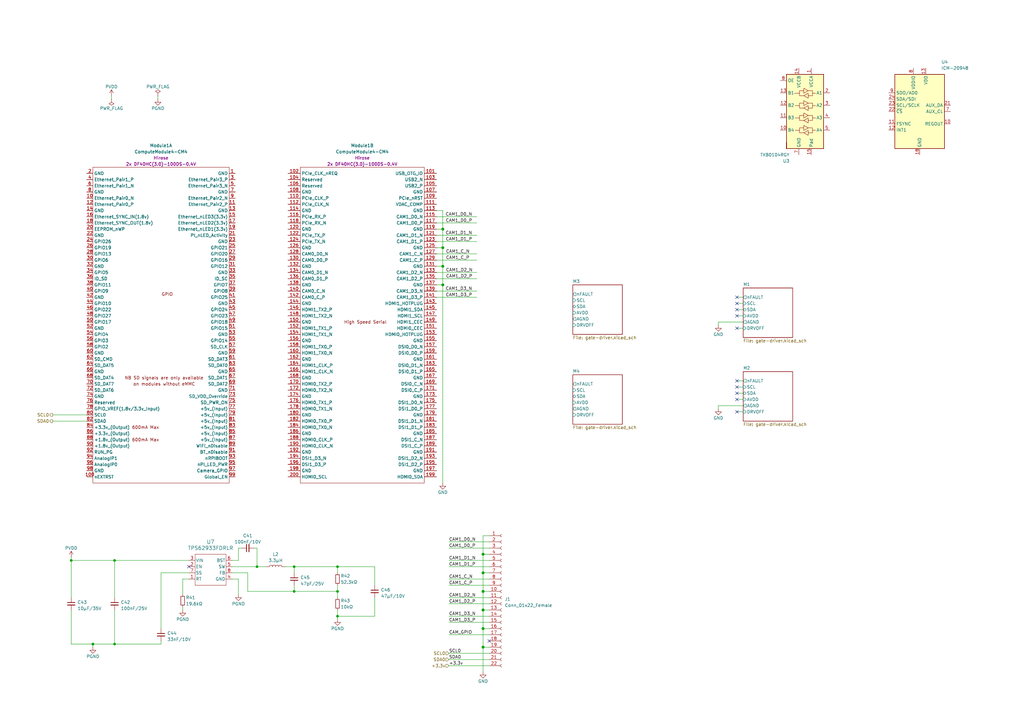
<source format=kicad_sch>
(kicad_sch (version 20230121) (generator eeschema)
  (paper "A3")
  (title_block (title "nanodrone") (date "2023-04-15") (rev "1.0") (company "Biscuits24_"))
  (lib_symbols
    (symbol "Connector:Conn_01x22_Socket" (pin_names (offset 1.016) hide)
      (property "Reference" "J" (at 0 27.94 0))
      (property "Value" "Conn_01x22_Socket" (at 0 -30.48 0))
      (symbol "Conn_01x22_Socket_1_1"
        (arc (start 0 -27.432) (mid -0.5058 -27.94) (end 0 -28.448) (stroke (width 0.1524)))
        (arc (start 0 -24.892) (mid -0.5058 -25.4) (end 0 -25.908) (stroke (width 0.1524)))
        (arc (start 0 -22.352) (mid -0.5058 -22.86) (end 0 -23.368) (stroke (width 0.1524)))
        (arc (start 0 -19.812) (mid -0.5058 -20.32) (end 0 -20.828) (stroke (width 0.1524)))
        (arc (start 0 -17.272) (mid -0.5058 -17.78) (end 0 -18.288) (stroke (width 0.1524)))
        (arc (start 0 -14.732) (mid -0.5058 -15.24) (end 0 -15.748) (stroke (width 0.1524)))
        (arc (start 0 -12.192) (mid -0.5058 -12.7) (end 0 -13.208) (stroke (width 0.1524)))
        (arc (start 0 -9.652) (mid -0.5058 -10.16) (end 0 -10.668) (stroke (width 0.1524)))
        (arc (start 0 -7.112) (mid -0.5058 -7.62) (end 0 -8.128) (stroke (width 0.1524)))
        (arc (start 0 -4.572) (mid -0.5058 -5.08) (end 0 -5.588) (stroke (width 0.1524)))
        (arc (start 0 -2.032) (mid -0.5058 -2.54) (end 0 -3.048) (stroke (width 0.1524)))
        (polyline (pts (xy -1.27 -27.94) (xy -0.508 -27.94)) (stroke (width 0.1524)))
        (polyline (pts (xy -1.27 -25.4) (xy -0.508 -25.4)) (stroke (width 0.1524)))
        (polyline (pts (xy -1.27 -22.86) (xy -0.508 -22.86)) (stroke (width 0.1524)))
        (polyline (pts (xy -1.27 -20.32) (xy -0.508 -20.32)) (stroke (width 0.1524)))
        (polyline (pts (xy -1.27 -17.78) (xy -0.508 -17.78)) (stroke (width 0.1524)))
        (polyline (pts (xy -1.27 -15.24) (xy -0.508 -15.24)) (stroke (width 0.1524)))
        (polyline (pts (xy -1.27 -12.7) (xy -0.508 -12.7)) (stroke (width 0.1524)))
        (polyline (pts (xy -1.27 -10.16) (xy -0.508 -10.16)) (stroke (width 0.1524)))
        (polyline (pts (xy -1.27 -7.62) (xy -0.508 -7.62)) (stroke (width 0.1524)))
        (polyline (pts (xy -1.27 -5.08) (xy -0.508 -5.08)) (stroke (width 0.1524)))
        (polyline (pts (xy -1.27 -2.54) (xy -0.508 -2.54)) (stroke (width 0.1524)))
        (polyline (pts (xy -1.27 0) (xy -0.508 0)) (stroke (width 0.1524)))
        (polyline (pts (xy -1.27 2.54) (xy -0.508 2.54)) (stroke (width 0.1524)))
        (polyline (pts (xy -1.27 5.08) (xy -0.508 5.08)) (stroke (width 0.1524)))
        (polyline (pts (xy -1.27 7.62) (xy -0.508 7.62)) (stroke (width 0.1524)))
        (polyline (pts (xy -1.27 10.16) (xy -0.508 10.16)) (stroke (width 0.1524)))
        (polyline (pts (xy -1.27 12.7) (xy -0.508 12.7)) (stroke (width 0.1524)))
        (polyline (pts (xy -1.27 15.24) (xy -0.508 15.24)) (stroke (width 0.1524)))
        (polyline (pts (xy -1.27 17.78) (xy -0.508 17.78)) (stroke (width 0.1524)))
        (polyline (pts (xy -1.27 20.32) (xy -0.508 20.32)) (stroke (width 0.1524)))
        (polyline (pts (xy -1.27 22.86) (xy -0.508 22.86)) (stroke (width 0.1524)))
        (polyline (pts (xy -1.27 25.4) (xy -0.508 25.4)) (stroke (width 0.1524)))
        (arc (start 0 0.508) (mid -0.5058 0) (end 0 -0.508) (stroke (width 0.1524)))
        (arc (start 0 3.048) (mid -0.5058 2.54) (end 0 2.032) (stroke (width 0.1524)))
        (arc (start 0 5.588) (mid -0.5058 5.08) (end 0 4.572) (stroke (width 0.1524)))
        (arc (start 0 8.128) (mid -0.5058 7.62) (end 0 7.112) (stroke (width 0.1524)))
        (arc (start 0 10.668) (mid -0.5058 10.16) (end 0 9.652) (stroke (width 0.1524)))
        (arc (start 0 13.208) (mid -0.5058 12.7) (end 0 12.192) (stroke (width 0.1524)))
        (arc (start 0 15.748) (mid -0.5058 15.24) (end 0 14.732) (stroke (width 0.1524)))
        (arc (start 0 18.288) (mid -0.5058 17.78) (end 0 17.272) (stroke (width 0.1524)))
        (arc (start 0 20.828) (mid -0.5058 20.32) (end 0 19.812) (stroke (width 0.1524)))
        (arc (start 0 23.368) (mid -0.5058 22.86) (end 0 22.352) (stroke (width 0.1524)))
        (arc (start 0 25.908) (mid -0.5058 25.4) (end 0 24.892) (stroke (width 0.1524)))
        (pin passive line (at -5.08 25.4 0) (length 3.81) (name "Pin_1") (number "1"))
        (pin passive line (at -5.08 2.54 0) (length 3.81) (name "Pin_10") (number "10"))
        (pin passive line (at -5.08 0 0) (length 3.81) (name "Pin_11") (number "11"))
        (pin passive line (at -5.08 -2.54 0) (length 3.81) (name "Pin_12") (number "12"))
        (pin passive line (at -5.08 -5.08 0) (length 3.81) (name "Pin_13") (number "13"))
        (pin passive line (at -5.08 -7.62 0) (length 3.81) (name "Pin_14") (number "14"))
        (pin passive line (at -5.08 -10.16 0) (length 3.81) (name "Pin_15") (number "15"))
        (pin passive line (at -5.08 -12.7 0) (length 3.81) (name "Pin_16") (number "16"))
        (pin passive line (at -5.08 -15.24 0) (length 3.81) (name "Pin_17") (number "17"))
        (pin passive line (at -5.08 -17.78 0) (length 3.81) (name "Pin_18") (number "18"))
        (pin passive line (at -5.08 -20.32 0) (length 3.81) (name "Pin_19") (number "19"))
        (pin passive line (at -5.08 22.86 0) (length 3.81) (name "Pin_2") (number "2"))
        (pin passive line (at -5.08 -22.86 0) (length 3.81) (name "Pin_20") (number "20"))
        (pin passive line (at -5.08 -25.4 0) (length 3.81) (name "Pin_21") (number "21"))
        (pin passive line (at -5.08 -27.94 0) (length 3.81) (name "Pin_22") (number "22"))
        (pin passive line (at -5.08 20.32 0) (length 3.81) (name "Pin_3") (number "3"))
        (pin passive line (at -5.08 17.78 0) (length 3.81) (name "Pin_4") (number "4"))
        (pin passive line (at -5.08 15.24 0) (length 3.81) (name "Pin_5") (number "5"))
        (pin passive line (at -5.08 12.7 0) (length 3.81) (name "Pin_6") (number "6"))
        (pin passive line (at -5.08 10.16 0) (length 3.81) (name "Pin_7") (number "7"))
        (pin passive line (at -5.08 7.62 0) (length 3.81) (name "Pin_8") (number "8"))
        (pin passive line (at -5.08 5.08 0) (length 3.81) (name "Pin_9") (number "9"))
      )
    )
    (symbol "Device:C_Small" (pin_numbers hide) (pin_names (offset 0.254) hide)
      (property "Reference" "C" (at 0.254 1.778 0))
      (property "Value" "C_Small" (at 0.254 -2.032 0))
      (symbol "C_Small_0_1"
        (polyline (pts (xy -1.524 -0.508) (xy 1.524 -0.508)) (stroke (width 0.3302)))
        (polyline (pts (xy -1.524 0.508) (xy 1.524 0.508)) (stroke (width 0.3048)))
      )
      (symbol "C_Small_1_1"
        (pin passive line (at 0 2.54 270) (length 2.032) (name "~") (number "1"))
        (pin passive line (at 0 -2.54 90) (length 2.032) (name "~") (number "2"))
      )
    )
    (symbol "Device:L" (pin_numbers hide) (pin_names (offset 1.016) hide)
      (property "Reference" "L" (at -1.27 0 90))
      (property "Value" "L" (at 1.905 0 90))
      (symbol "L_0_1"
        (arc (start 0 -2.54) (mid 0.6323 -1.905) (end 0 -1.27))
        (arc (start 0 -1.27) (mid 0.6323 -0.635) (end 0 0))
        (arc (start 0 0) (mid 0.6323 0.635) (end 0 1.27))
        (arc (start 0 1.27) (mid 0.6323 1.905) (end 0 2.54))
      )
      (symbol "L_1_1"
        (pin passive line (at 0 3.81 270) (length 1.27) (name "1") (number "1"))
        (pin passive line (at 0 -3.81 90) (length 1.27) (name "2") (number "2"))
      )
    )
    (symbol "Device:R_Small" (pin_numbers hide) (pin_names (offset 0.254) hide)
      (property "Reference" "R" (at 0.762 0.508 0))
      (property "Value" "R_Small" (at 0.762 -1.016 0))
      (symbol "R_Small_0_1"
        (rectangle (start -0.762 1.778) (end 0.762 -1.778) (stroke (width 0.2032)))
      )
      (symbol "R_Small_1_1"
        (pin passive line (at 0 2.54 270) (length 0.762) (name "~") (number "1"))
        (pin passive line (at 0 -2.54 90) (length 0.762) (name "~") (number "2"))
      )
    )
    (symbol "Logic_LevelTranslator:TXB0104RGY"
      (property "Reference" "U2" (at -6.35 -20.32 0))
      (property "Value" "TXB0104RGY" (at -6.35 -17.78 0))
      (symbol "TXB0104RGY_0_1"
        (rectangle (start -7.62 -15.24) (end -7.62 -12.7) (stroke (width 0.254)))
        (rectangle (start -7.62 15.24) (end 7.62 -15.24) (stroke (width 0.254)) (fill (type background)))
        (polyline (pts (xy -2.286 -7.747) (xy -2.286 -6.731) (xy -0.508 -6.731)))
        (polyline (pts (xy -2.286 -2.667) (xy -2.286 -1.651) (xy -0.508 -1.651)))
        (polyline (pts (xy -2.286 2.413) (xy -2.286 3.429) (xy -0.508 3.429)))
        (polyline (pts (xy -2.286 7.493) (xy -2.286 8.509) (xy -0.508 8.509)))
        (polyline (pts (xy 3.048 -7.747) (xy 3.048 -8.763) (xy 1.27 -8.763)))
        (polyline (pts (xy 3.048 -2.667) (xy 3.048 -3.683) (xy 1.27 -3.683)))
        (polyline (pts (xy 3.048 2.413) (xy 3.048 1.397) (xy 1.27 1.397)))
        (polyline (pts (xy 3.048 7.493) (xy 3.048 6.477) (xy 1.27 6.477)))
        (polyline (pts (xy -0.508 -8.763) (xy -2.286 -8.763) (xy -2.286 -7.747) (xy -4.064 -7.747)))
        (polyline (pts (xy -0.508 -8.763) (xy 1.27 -7.747) (xy 1.27 -9.779) (xy -0.508 -8.763)))
        (polyline (pts (xy -0.508 -3.683) (xy -2.286 -3.683) (xy -2.286 -2.667) (xy -4.064 -2.667)))
        (polyline (pts (xy -0.508 -3.683) (xy 1.27 -2.667) (xy 1.27 -4.699) (xy -0.508 -3.683)))
        (polyline (pts (xy -0.508 1.397) (xy -2.286 1.397) (xy -2.286 2.413) (xy -4.064 2.413)))
        (polyline (pts (xy -0.508 1.397) (xy 1.27 2.413) (xy 1.27 0.381) (xy -0.508 1.397)))
        (polyline (pts (xy -0.508 6.477) (xy -2.286 6.477) (xy -2.286 7.493) (xy -4.318 7.493)))
        (polyline (pts (xy -0.508 6.477) (xy 1.27 7.493) (xy 1.27 5.461) (xy -0.508 6.477)))
        (polyline (pts (xy 1.27 -6.731) (xy -0.508 -7.747) (xy -0.508 -5.715) (xy 1.27 -6.731)))
        (polyline (pts (xy 1.27 -6.731) (xy 3.048 -6.731) (xy 3.048 -7.747) (xy 4.318 -7.747)))
        (polyline (pts (xy 1.27 -1.651) (xy -0.508 -2.667) (xy -0.508 -0.635) (xy 1.27 -1.651)))
        (polyline (pts (xy 1.27 -1.651) (xy 3.048 -1.651) (xy 3.048 -2.667) (xy 4.318 -2.667)))
        (polyline (pts (xy 1.27 3.429) (xy -0.508 2.413) (xy -0.508 4.445) (xy 1.27 3.429)))
        (polyline (pts (xy 1.27 3.429) (xy 3.048 3.429) (xy 3.048 2.413) (xy 4.318 2.413)))
        (polyline (pts (xy 1.27 8.509) (xy -0.508 7.493) (xy -0.508 9.525) (xy 1.27 8.509)))
        (polyline (pts (xy 1.27 8.509) (xy 3.048 8.509) (xy 3.048 7.493) (xy 4.318 7.493)))
      )
      (symbol "TXB0104RGY_1_1"
        (pin power_in line (at 2.54 17.78 270) (length 2.54) (name "VCCA") (number "1"))
        (pin bidirectional line (at -10.16 -7.62 0) (length 2.54) (name "B4") (number "10"))
        (pin bidirectional line (at -10.16 -2.54 0) (length 2.54) (name "B3") (number "11"))
        (pin bidirectional line (at -10.16 2.54 0) (length 2.54) (name "B2") (number "12"))
        (pin bidirectional line (at -10.16 7.62 0) (length 2.54) (name "B1") (number "13"))
        (pin power_in line (at -2.54 17.78 270) (length 2.54) (name "VCCB") (number "14"))
        (pin input line (at 2.54 -17.78 90) (length 2.54) (name "Pad") (number "15"))
        (pin bidirectional line (at 10.16 7.62 180) (length 2.54) (name "A1") (number "2"))
        (pin bidirectional line (at 10.16 2.54 180) (length 2.54) (name "A2") (number "3"))
        (pin bidirectional line (at 10.16 -2.54 180) (length 2.54) (name "A3") (number "4"))
        (pin bidirectional line (at 10.16 -7.62 180) (length 2.54) (name "A4") (number "5"))
        (pin no_connect line (at 7.62 -12.7 180) (length 2.54) hide (name "NC") (number "6"))
        (pin power_in line (at -2.54 -17.78 90) (length 2.54) (name "GND") (number "7"))
        (pin input line (at -10.16 12.7 0) (length 2.54) (name "OE") (number "8"))
        (pin no_connect line (at -7.62 -12.7 0) (length 2.54) hide (name "NC") (number "9"))
      )
    )
    (symbol "Power_Extended:PGND" (power) (pin_names (offset 0))
      (property "Value" "PGND" (at 0 -3.81 0))
      (symbol "PGND_0_1"
        (polyline (pts (xy 0 0) (xy 0 -1.27) (xy 1.27 -1.27) (xy 0 -2.54) (xy -1.27 -1.27) (xy 0 -1.27)))
      )
      (symbol "PGND_1_1"
        (pin power_in line (at 0 0 270) (length 0) hide (name "PGND") (number "1"))
      )
    )
    (symbol "Power_Extended:PVDD" (power) (pin_names (offset 0))
      (property "Value" "PVDD" (at 0 3.556 0))
      (symbol "PVDD_0_1"
        (polyline (pts (xy -0.762 1.27) (xy 0 2.54)))
        (polyline (pts (xy 0 0) (xy 0 2.54)))
        (polyline (pts (xy 0 2.54) (xy 0.762 1.27)))
      )
      (symbol "PVDD_1_1"
        (pin power_in line (at 0 0 90) (length 0) hide (name "PVDD") (number "1"))
      )
    )
    (symbol "Sensor_Motion:ICM-20948"
      (property "Reference" "U" (at -11.43 16.51 0))
      (property "Value" "ICM-20948" (at 7.62 -16.51 0))
      (symbol "ICM-20948_0_1"
        (rectangle (start -10.16 15.24) (end 10.16 -15.24) (stroke (width 0.254)) (fill (type background)))
      )
      (symbol "ICM-20948_1_1"
        (pin no_connect line (at -10.16 12.7 0) (length 2.54) hide (name "NC") (number "1"))
        (pin passive line (at 12.7 -5.08 180) (length 2.54) (name "REGOUT") (number "10"))
        (pin input line (at -12.7 -5.08 0) (length 2.54) (name "FSYNC") (number "11"))
        (pin output line (at -12.7 -7.62 0) (length 2.54) (name "INT1") (number "12"))
        (pin power_in line (at 2.54 17.78 270) (length 2.54) (name "VDD") (number "13"))
        (pin no_connect line (at 10.16 7.62 180) (length 2.54) hide (name "NC") (number "14"))
        (pin no_connect line (at 10.16 5.08 180) (length 2.54) hide (name "NC") (number "15"))
        (pin no_connect line (at 10.16 -7.62 180) (length 2.54) hide (name "NC") (number "16"))
        (pin no_connect line (at 10.16 -10.16 180) (length 2.54) hide (name "NC") (number "17"))
        (pin power_in line (at 0 -17.78 90) (length 2.54) (name "GND") (number "18"))
        (pin no_connect line (at 10.16 -12.7 180) (length 2.54) hide (name "RESV") (number "19"))
        (pin no_connect line (at -10.16 10.16 0) (length 2.54) hide (name "NC") (number "2"))
        (pin passive line (at 0 -17.78 90) (length 2.54) hide (name "GND") (number "20"))
        (pin bidirectional line (at 12.7 2.54 180) (length 2.54) (name "AUX_DA") (number "21"))
        (pin input line (at -12.7 0 0) (length 2.54) (name "~{CS}") (number "22"))
        (pin input line (at -12.7 2.54 0) (length 2.54) (name "SCL/SCLK") (number "23"))
        (pin bidirectional line (at -12.7 5.08 0) (length 2.54) (name "SDA/SDI") (number "24"))
        (pin no_connect line (at -10.16 -2.54 0) (length 2.54) hide (name "NC") (number "3"))
        (pin no_connect line (at -10.16 -10.16 0) (length 2.54) hide (name "NC") (number "4"))
        (pin no_connect line (at -10.16 -12.7 0) (length 2.54) hide (name "NC") (number "5"))
        (pin no_connect line (at 10.16 10.16 180) (length 2.54) hide (name "NC") (number "6"))
        (pin output line (at 12.7 0 180) (length 2.54) (name "AUX_CL") (number "7"))
        (pin power_in line (at -2.54 17.78 270) (length 2.54) (name "VDDIO") (number "8"))
        (pin bidirectional line (at -12.7 7.62 0) (length 2.54) (name "SDO/AD0") (number "9"))
      )
    )
    (symbol "TPS62933DRLR:XTPS62933DRLR" (pin_names (offset 0.254))
      (property "Reference" "U7" (at 0 11.43 0))
      (property "Value" "TPS62933DRLR" (at 0 8.89 0))
      (symbol "XTPS62933DRLR_0_1"
        (polyline (pts (xy -6.35 -6.35) (xy 6.35 -6.35)) (stroke (width 0.127)))
        (polyline (pts (xy -6.35 6.35) (xy -6.35 -6.35)) (stroke (width 0.127)))
        (polyline (pts (xy 6.35 -6.35) (xy 6.35 6.35)) (stroke (width 0.127)))
        (polyline (pts (xy 6.35 6.35) (xy -6.35 6.35)) (stroke (width 0.127)))
      )
      (symbol "XTPS62933DRLR_1_1"
        (pin unspecified line (at -8.89 -3.81 0) (length 2.54) (name "RT") (number "1"))
        (pin unspecified line (at -8.89 1.27 0) (length 2.54) (name "EN") (number "2"))
        (pin unspecified line (at -8.89 3.81 0) (length 2.54) (name "VIN") (number "3"))
        (pin power_out line (at 8.89 -3.81 180) (length 2.54) (name "GND") (number "4"))
        (pin unspecified line (at 8.89 1.27 180) (length 2.54) (name "SW") (number "5"))
        (pin unspecified line (at 8.89 3.81 180) (length 2.54) (name "BST") (number "6"))
        (pin unspecified line (at -8.89 -1.27 0) (length 2.54) (name "SS") (number "7"))
        (pin unspecified line (at 8.89 -1.27 180) (length 2.54) (name "FB") (number "8"))
      )
    )
    (symbol "nanodrone:ComputeModule4-CM4"
      (property "Reference" "Module" (at 113.03 -68.58 0))
      (property "Value" "ComputeModule4-CM4" (at 140.97 2.54 0))
      (property "Field4" "Hirose" (at 0 0 0))
      (property "Field5" "2x DF40HC(3.0)-100DS-0.4V" (at 0 -2.54 0))
      (symbol "ComputeModule4-CM4_1_0"
        (text "GPIO" (at 0 6.35 0) (effects (font (size 1.27 1.27))))
      )
      (symbol "ComputeModule4-CM4_1_1"
        (rectangle (start -30.48 -71.12) (end 25.4 58.42))
        (text "600mA Max" (at -8.89 -53.34 0) (effects (font (size 1.27 1.27))))
        (text "600mA Max" (at -8.89 -48.26 0) (effects (font (size 1.27 1.27))))
        (text "NB SD signals are only available" (at -1.27 -27.94 0) (effects (font (size 1.27 1.27))))
        (text "on modules without eMMC" (at -1.27 -30.48 0) (effects (font (size 1.27 1.27))))
        (pin power_in line (at 27.94 55.88 180) (length 2.54) (name "GND") (number "1"))
        (pin passive line (at -33.02 45.72 0) (length 2.54) (name "Ethernet_Pair0_N") (number "10"))
        (pin output line (at -33.02 -68.58 0) (length 2.54) (name "nEXTRST") (number "100"))
        (pin passive line (at 27.94 43.18 180) (length 2.54) (name "Ethernet_Pair2_P") (number "11"))
        (pin passive line (at -33.02 43.18 0) (length 2.54) (name "Ethernet_Pair0_P") (number "12"))
        (pin power_in line (at 27.94 40.64 180) (length 2.54) (name "GND") (number "13"))
        (pin power_in line (at -33.02 40.64 0) (length 2.54) (name "GND") (number "14"))
        (pin output line (at 27.94 38.1 180) (length 2.54) (name "Ethernet_nLED3(3.3v)") (number "15"))
        (pin input line (at -33.02 38.1 0) (length 2.54) (name "Ethernet_SYNC_IN(1.8v)") (number "16"))
        (pin output line (at 27.94 35.56 180) (length 2.54) (name "Ethernet_nLED2(3.3v)") (number "17"))
        (pin input line (at -33.02 35.56 0) (length 2.54) (name "Ethernet_SYNC_OUT(1.8v)") (number "18"))
        (pin output line (at 27.94 33.02 180) (length 2.54) (name "Ethernet_nLED1(3.3v)") (number "19"))
        (pin power_in line (at -33.02 55.88 0) (length 2.54) (name "GND") (number "2"))
        (pin passive line (at -33.02 33.02 0) (length 2.54) (name "EEPROM_nWP") (number "20"))
        (pin open_collector line (at 27.94 30.48 180) (length 2.54) (name "PI_nLED_Activity") (number "21"))
        (pin power_in line (at -33.02 30.48 0) (length 2.54) (name "GND") (number "22"))
        (pin power_in line (at 27.94 27.94 180) (length 2.54) (name "GND") (number "23"))
        (pin passive line (at -33.02 27.94 0) (length 2.54) (name "GPIO26") (number "24"))
        (pin passive line (at 27.94 25.4 180) (length 2.54) (name "GPIO21") (number "25"))
        (pin passive line (at -33.02 25.4 0) (length 2.54) (name "GPIO19") (number "26"))
        (pin passive line (at 27.94 22.86 180) (length 2.54) (name "GPIO20") (number "27"))
        (pin passive line (at -33.02 22.86 0) (length 2.54) (name "GPIO13") (number "28"))
        (pin passive line (at 27.94 20.32 180) (length 2.54) (name "GPIO16") (number "29"))
        (pin passive line (at 27.94 53.34 180) (length 2.54) (name "Ethernet_Pair3_P") (number "3"))
        (pin passive line (at -33.02 20.32 0) (length 2.54) (name "GPIO6") (number "30"))
        (pin passive line (at 27.94 17.78 180) (length 2.54) (name "GPIO12") (number "31"))
        (pin power_in line (at -33.02 17.78 0) (length 2.54) (name "GND") (number "32"))
        (pin power_in line (at 27.94 15.24 180) (length 2.54) (name "GND") (number "33"))
        (pin passive line (at -33.02 15.24 0) (length 2.54) (name "GPIO5") (number "34"))
        (pin passive line (at 27.94 12.7 180) (length 2.54) (name "ID_SC") (number "35"))
        (pin passive line (at -33.02 12.7 0) (length 2.54) (name "ID_SD") (number "36"))
        (pin passive line (at 27.94 10.16 180) (length 2.54) (name "GPIO7") (number "37"))
        (pin passive line (at -33.02 10.16 0) (length 2.54) (name "GPIO11") (number "38"))
        (pin passive line (at 27.94 7.62 180) (length 2.54) (name "GPIO8") (number "39"))
        (pin passive line (at -33.02 53.34 0) (length 2.54) (name "Ethernet_Pair1_P") (number "4"))
        (pin passive line (at -33.02 7.62 0) (length 2.54) (name "GPIO9") (number "40"))
        (pin passive line (at 27.94 5.08 180) (length 2.54) (name "GPIO25") (number "41"))
        (pin power_in line (at -33.02 5.08 0) (length 2.54) (name "GND") (number "42"))
        (pin power_in line (at 27.94 2.54 180) (length 2.54) (name "GND") (number "43"))
        (pin passive line (at -33.02 2.54 0) (length 2.54) (name "GPIO10") (number "44"))
        (pin passive line (at 27.94 0 180) (length 2.54) (name "GPIO24") (number "45"))
        (pin passive line (at -33.02 0 0) (length 2.54) (name "GPIO22") (number "46"))
        (pin passive line (at 27.94 -2.54 180) (length 2.54) (name "GPIO23") (number "47"))
        (pin passive line (at -33.02 -2.54 0) (length 2.54) (name "GPIO27") (number "48"))
        (pin passive line (at 27.94 -5.08 180) (length 2.54) (name "GPIO18") (number "49"))
        (pin passive line (at 27.94 50.8 180) (length 2.54) (name "Ethernet_Pair3_N") (number "5"))
        (pin passive line (at -33.02 -5.08 0) (length 2.54) (name "GPIO17") (number "50"))
        (pin passive line (at 27.94 -7.62 180) (length 2.54) (name "GPIO15") (number "51"))
        (pin power_in line (at -33.02 -7.62 0) (length 2.54) (name "GND") (number "52"))
        (pin power_in line (at 27.94 -10.16 180) (length 2.54) (name "GND") (number "53"))
        (pin passive line (at -33.02 -10.16 0) (length 2.54) (name "GPIO4") (number "54"))
        (pin passive line (at 27.94 -12.7 180) (length 2.54) (name "GPIO14") (number "55"))
        (pin passive line (at -33.02 -12.7 0) (length 2.54) (name "GPIO3") (number "56"))
        (pin passive line (at 27.94 -15.24 180) (length 2.54) (name "SD_CLK") (number "57"))
        (pin passive line (at -33.02 -15.24 0) (length 2.54) (name "GPIO2") (number "58"))
        (pin power_in line (at 27.94 -17.78 180) (length 2.54) (name "GND") (number "59"))
        (pin passive line (at -33.02 50.8 0) (length 2.54) (name "Ethernet_Pair1_N") (number "6"))
        (pin power_in line (at -33.02 -17.78 0) (length 2.54) (name "GND") (number "60"))
        (pin passive line (at 27.94 -20.32 180) (length 2.54) (name "SD_DAT3") (number "61"))
        (pin passive line (at -33.02 -20.32 0) (length 2.54) (name "SD_CMD") (number "62"))
        (pin passive line (at 27.94 -22.86 180) (length 2.54) (name "SD_DAT0") (number "63"))
        (pin passive line (at -33.02 -22.86 0) (length 2.54) (name "SD_DAT5") (number "64"))
        (pin power_in line (at 27.94 -25.4 180) (length 2.54) (name "GND") (number "65"))
        (pin power_in line (at -33.02 -25.4 0) (length 2.54) (name "GND") (number "66"))
        (pin passive line (at 27.94 -27.94 180) (length 2.54) (name "SD_DAT1") (number "67"))
        (pin passive line (at -33.02 -27.94 0) (length 2.54) (name "SD_DAT4") (number "68"))
        (pin passive line (at 27.94 -30.48 180) (length 2.54) (name "SD_DAT2") (number "69"))
        (pin power_in line (at 27.94 48.26 180) (length 2.54) (name "GND") (number "7"))
        (pin passive line (at -33.02 -30.48 0) (length 2.54) (name "SD_DAT7") (number "70"))
        (pin power_in line (at 27.94 -33.02 180) (length 2.54) (name "GND") (number "71"))
        (pin passive line (at -33.02 -33.02 0) (length 2.54) (name "SD_DAT6") (number "72"))
        (pin input line (at 27.94 -35.56 180) (length 2.54) (name "SD_VDD_Override") (number "73"))
        (pin power_in line (at -33.02 -35.56 0) (length 2.54) (name "GND") (number "74"))
        (pin output line (at 27.94 -38.1 180) (length 2.54) (name "SD_PWR_ON") (number "75"))
        (pin passive line (at -33.02 -38.1 0) (length 2.54) (name "Reserved") (number "76"))
        (pin power_in line (at 27.94 -40.64 180) (length 2.54) (name "+5v_(Input)") (number "77"))
        (pin power_in line (at -33.02 -40.64 0) (length 2.54) (name "GPIO_VREF(1.8v/3.3v_Input)") (number "78"))
        (pin power_in line (at 27.94 -43.18 180) (length 2.54) (name "+5v_(Input)") (number "79"))
        (pin power_in line (at -33.02 48.26 0) (length 2.54) (name "GND") (number "8"))
        (pin passive line (at -33.02 -43.18 0) (length 2.54) (name "SCL0") (number "80"))
        (pin power_in line (at 27.94 -45.72 180) (length 2.54) (name "+5v_(Input)") (number "81"))
        (pin passive line (at -33.02 -45.72 0) (length 2.54) (name "SDA0") (number "82"))
        (pin power_in line (at 27.94 -48.26 180) (length 2.54) (name "+5v_(Input)") (number "83"))
        (pin power_out line (at -33.02 -48.26 0) (length 2.54) (name "+3.3v_(Output)") (number "84"))
        (pin power_in line (at 27.94 -50.8 180) (length 2.54) (name "+5v_(Input)") (number "85"))
        (pin power_out line (at -33.02 -50.8 0) (length 2.54) (name "+3.3v_(Output)") (number "86"))
        (pin power_in line (at 27.94 -53.34 180) (length 2.54) (name "+5v_(Input)") (number "87"))
        (pin power_out line (at -33.02 -53.34 0) (length 2.54) (name "+1.8v_(Output)") (number "88"))
        (pin power_in line (at 27.94 -55.88 180) (length 2.54) (name "WiFi_nDisable") (number "89"))
        (pin passive line (at 27.94 45.72 180) (length 2.54) (name "Ethernet_Pair2_N") (number "9"))
        (pin power_out line (at -33.02 -55.88 0) (length 2.54) (name "+1.8v_(Output)") (number "90"))
        (pin power_in line (at 27.94 -58.42 180) (length 2.54) (name "BT_nDisable") (number "91"))
        (pin passive line (at -33.02 -58.42 0) (length 2.54) (name "RUN_PG") (number "92"))
        (pin input line (at 27.94 -60.96 180) (length 2.54) (name "nRPIBOOT") (number "93"))
        (pin passive line (at -33.02 -60.96 0) (length 2.54) (name "AnalogIP1") (number "94"))
        (pin output line (at 27.94 -63.5 180) (length 2.54) (name "nPI_LED_PWR") (number "95"))
        (pin passive line (at -33.02 -63.5 0) (length 2.54) (name "AnalogIP0") (number "96"))
        (pin passive line (at 27.94 -66.04 180) (length 2.54) (name "Camera_GPIO") (number "97"))
        (pin power_in line (at -33.02 -66.04 0) (length 2.54) (name "GND") (number "98"))
        (pin input line (at 27.94 -68.58 180) (length 2.54) (name "Global_EN") (number "99"))
      )
      (symbol "ComputeModule4-CM4_2_1"
        (rectangle (start 114.3 -66.04) (end 165.1 63.5))
        (text "High Speed Serial" (at 140.97 0 0) (effects (font (size 1.27 1.27))))
        (pin input line (at 170.18 60.96 180) (length 5.08) (name "USB_OTG_ID") (number "101"))
        (pin input line (at 109.22 60.96 0) (length 5.08) (name "PCIe_CLK_nREQ") (number "102"))
        (pin passive line (at 170.18 58.42 180) (length 5.08) (name "USB2_N") (number "103"))
        (pin passive line (at 109.22 58.42 0) (length 5.08) (name "Reserved") (number "104"))
        (pin passive line (at 170.18 55.88 180) (length 5.08) (name "USB2_P") (number "105"))
        (pin passive line (at 109.22 55.88 0) (length 5.08) (name "Reserved") (number "106"))
        (pin power_in line (at 170.18 53.34 180) (length 5.08) (name "GND") (number "107"))
        (pin power_in line (at 109.22 53.34 0) (length 5.08) (name "GND") (number "108"))
        (pin bidirectional line (at 170.18 50.8 180) (length 5.08) (name "PCIe_nRST") (number "109"))
        (pin output line (at 109.22 50.8 0) (length 5.08) (name "PCIe_CLK_P") (number "110"))
        (pin passive line (at 170.18 48.26 180) (length 5.08) (name "VDAC_COMP") (number "111"))
        (pin output line (at 109.22 48.26 0) (length 5.08) (name "PCIe_CLK_N") (number "112"))
        (pin power_in line (at 170.18 45.72 180) (length 5.08) (name "GND") (number "113"))
        (pin power_in line (at 109.22 45.72 0) (length 5.08) (name "GND") (number "114"))
        (pin input line (at 170.18 43.18 180) (length 5.08) (name "CAM1_D0_N") (number "115"))
        (pin input line (at 109.22 43.18 0) (length 5.08) (name "PCIe_RX_P") (number "116"))
        (pin input line (at 170.18 40.64 180) (length 5.08) (name "CAM1_D0_P") (number "117"))
        (pin input line (at 109.22 40.64 0) (length 5.08) (name "PCIe_RX_N") (number "118"))
        (pin power_in line (at 170.18 38.1 180) (length 5.08) (name "GND") (number "119"))
        (pin power_in line (at 109.22 38.1 0) (length 5.08) (name "GND") (number "120"))
        (pin input line (at 170.18 35.56 180) (length 5.08) (name "CAM1_D1_N") (number "121"))
        (pin output line (at 109.22 35.56 0) (length 5.08) (name "PCIe_TX_P") (number "122"))
        (pin input line (at 170.18 33.02 180) (length 5.08) (name "CAM1_D1_P") (number "123"))
        (pin output line (at 109.22 33.02 0) (length 5.08) (name "PCIe_TX_N") (number "124"))
        (pin power_in line (at 170.18 30.48 180) (length 5.08) (name "GND") (number "125"))
        (pin power_in line (at 109.22 30.48 0) (length 5.08) (name "GND") (number "126"))
        (pin input line (at 170.18 27.94 180) (length 5.08) (name "CAM1_C_N") (number "127"))
        (pin input line (at 109.22 27.94 0) (length 5.08) (name "CAM0_D0_N") (number "128"))
        (pin input line (at 170.18 25.4 180) (length 5.08) (name "CAM1_C_P") (number "129"))
        (pin input line (at 109.22 25.4 0) (length 5.08) (name "CAM0_D0_P") (number "130"))
        (pin power_in line (at 170.18 22.86 180) (length 5.08) (name "GND") (number "131"))
        (pin power_in line (at 109.22 22.86 0) (length 5.08) (name "GND") (number "132"))
        (pin input line (at 170.18 20.32 180) (length 5.08) (name "CAM1_D2_N") (number "133"))
        (pin input line (at 109.22 20.32 0) (length 5.08) (name "CAM0_D1_N") (number "134"))
        (pin input line (at 170.18 17.78 180) (length 5.08) (name "CAM1_D2_P") (number "135"))
        (pin input line (at 109.22 17.78 0) (length 5.08) (name "CAM0_D1_P") (number "136"))
        (pin power_in line (at 170.18 15.24 180) (length 5.08) (name "GND") (number "137"))
        (pin power_in line (at 109.22 15.24 0) (length 5.08) (name "GND") (number "138"))
        (pin input line (at 170.18 12.7 180) (length 5.08) (name "CAM1_D3_N") (number "139"))
        (pin input line (at 109.22 12.7 0) (length 5.08) (name "CAM0_C_N") (number "140"))
        (pin input line (at 170.18 10.16 180) (length 5.08) (name "CAM1_D3_P") (number "141"))
        (pin input line (at 109.22 10.16 0) (length 5.08) (name "CAM0_C_P") (number "142"))
        (pin input line (at 170.18 7.62 180) (length 5.08) (name "HDMI1_HOTPLUG") (number "143"))
        (pin power_in line (at 109.22 7.62 0) (length 5.08) (name "GND") (number "144"))
        (pin bidirectional line (at 170.18 5.08 180) (length 5.08) (name "HDMI1_SDA") (number "145"))
        (pin output line (at 109.22 5.08 0) (length 5.08) (name "HDMI1_TX2_P") (number "146"))
        (pin open_collector line (at 170.18 2.54 180) (length 5.08) (name "HDMI1_SCL") (number "147"))
        (pin output line (at 109.22 2.54 0) (length 5.08) (name "HDMI1_TX2_N") (number "148"))
        (pin open_collector line (at 170.18 0 180) (length 5.08) (name "HDMI1_CEC") (number "149"))
        (pin power_in line (at 109.22 0 0) (length 5.08) (name "GND") (number "150"))
        (pin open_collector line (at 170.18 -2.54 180) (length 5.08) (name "HDMI0_CEC") (number "151"))
        (pin output line (at 109.22 -2.54 0) (length 5.08) (name "HDMI1_TX1_P") (number "152"))
        (pin input line (at 170.18 -5.08 180) (length 5.08) (name "HDMI0_HOTPLUG") (number "153"))
        (pin output line (at 109.22 -5.08 0) (length 5.08) (name "HDMI1_TX1_N") (number "154"))
        (pin power_in line (at 170.18 -7.62 180) (length 5.08) (name "GND") (number "155"))
        (pin power_in line (at 109.22 -7.62 0) (length 5.08) (name "GND") (number "156"))
        (pin output line (at 170.18 -10.16 180) (length 5.08) (name "DSI0_D0_N") (number "157"))
        (pin output line (at 109.22 -10.16 0) (length 5.08) (name "HDMI1_TX0_P") (number "158"))
        (pin output line (at 170.18 -12.7 180) (length 5.08) (name "DSI0_D0_P") (number "159"))
        (pin output line (at 109.22 -12.7 0) (length 5.08) (name "HDMI1_TX0_N") (number "160"))
        (pin power_in line (at 170.18 -15.24 180) (length 5.08) (name "GND") (number "161"))
        (pin power_in line (at 109.22 -15.24 0) (length 5.08) (name "GND") (number "162"))
        (pin output line (at 170.18 -17.78 180) (length 5.08) (name "DSI0_D1_N") (number "163"))
        (pin output line (at 109.22 -17.78 0) (length 5.08) (name "HDMI1_CLK_P") (number "164"))
        (pin output line (at 170.18 -20.32 180) (length 5.08) (name "DSI0_D1_P") (number "165"))
        (pin output line (at 109.22 -20.32 0) (length 5.08) (name "HDMI1_CLK_N") (number "166"))
        (pin power_in line (at 170.18 -22.86 180) (length 5.08) (name "GND") (number "167"))
        (pin power_in line (at 109.22 -22.86 0) (length 5.08) (name "GND") (number "168"))
        (pin output line (at 170.18 -25.4 180) (length 5.08) (name "DSI0_C_N") (number "169"))
        (pin output line (at 109.22 -25.4 0) (length 5.08) (name "HDMI0_TX2_P") (number "170"))
        (pin output line (at 170.18 -27.94 180) (length 5.08) (name "DSI0_C_P") (number "171"))
        (pin output line (at 109.22 -27.94 0) (length 5.08) (name "HDMI0_TX2_N") (number "172"))
        (pin power_in line (at 170.18 -30.48 180) (length 5.08) (name "GND") (number "173"))
        (pin power_in line (at 109.22 -30.48 0) (length 5.08) (name "GND") (number "174"))
        (pin output line (at 170.18 -33.02 180) (length 5.08) (name "DSI1_D0_N") (number "175"))
        (pin output line (at 109.22 -33.02 0) (length 5.08) (name "HDMI0_TX1_P") (number "176"))
        (pin output line (at 170.18 -35.56 180) (length 5.08) (name "DSI1_D0_P") (number "177"))
        (pin output line (at 109.22 -35.56 0) (length 5.08) (name "HDMI0_TX1_N") (number "178"))
        (pin power_in line (at 170.18 -38.1 180) (length 5.08) (name "GND") (number "179"))
        (pin power_in line (at 109.22 -38.1 0) (length 5.08) (name "GND") (number "180"))
        (pin output line (at 170.18 -40.64 180) (length 5.08) (name "DSI1_D1_N") (number "181"))
        (pin output line (at 109.22 -40.64 0) (length 5.08) (name "HDMI0_TX0_P") (number "182"))
        (pin output line (at 170.18 -43.18 180) (length 5.08) (name "DSI1_D1_P") (number "183"))
        (pin output line (at 109.22 -43.18 0) (length 5.08) (name "HDMI0_TX0_N") (number "184"))
        (pin power_in line (at 170.18 -45.72 180) (length 5.08) (name "GND") (number "185"))
        (pin power_in line (at 109.22 -45.72 0) (length 5.08) (name "GND") (number "186"))
        (pin output line (at 170.18 -48.26 180) (length 5.08) (name "DSI1_C_N") (number "187"))
        (pin output line (at 109.22 -48.26 0) (length 5.08) (name "HDMI0_CLK_P") (number "188"))
        (pin output line (at 170.18 -50.8 180) (length 5.08) (name "DSI1_C_P") (number "189"))
        (pin output line (at 109.22 -50.8 0) (length 5.08) (name "HDMI0_CLK_N") (number "190"))
        (pin power_in line (at 170.18 -53.34 180) (length 5.08) (name "GND") (number "191"))
        (pin power_in line (at 109.22 -53.34 0) (length 5.08) (name "GND") (number "192"))
        (pin output line (at 170.18 -55.88 180) (length 5.08) (name "DSI1_D2_N") (number "193"))
        (pin output line (at 109.22 -55.88 0) (length 5.08) (name "DSI1_D3_N") (number "194"))
        (pin output line (at 170.18 -58.42 180) (length 5.08) (name "DSI1_D2_P") (number "195"))
        (pin output line (at 109.22 -58.42 0) (length 5.08) (name "DSI1_D3_P") (number "196"))
        (pin power_in line (at 170.18 -60.96 180) (length 5.08) (name "GND") (number "197"))
        (pin power_in line (at 109.22 -60.96 0) (length 5.08) (name "GND") (number "198"))
        (pin bidirectional line (at 170.18 -63.5 180) (length 5.08) (name "HDMI0_SDA") (number "199"))
        (pin open_collector line (at 109.22 -63.5 0) (length 5.08) (name "HDMI0_SCL") (number "200"))
      )
    )
    (symbol "power:GND" (power) (pin_names (offset 0))
      (property "Value" "GND" (at 0 -3.81 0))
      (symbol "GND_0_1"
        (polyline (pts (xy 0 0) (xy 0 -1.27) (xy 1.27 -1.27) (xy 0 -2.54) (xy -1.27 -1.27) (xy 0 -1.27)))
      )
      (symbol "GND_1_1"
        (pin power_in line (at 0 0 270) (length 0) hide (name "GND") (number "1"))
      )
    )
    (symbol "power:PWR_FLAG" (power) (pin_numbers hide) (pin_names (offset 0) hide)
      (property "Value" "PWR_FLAG" (at 0 3.81 0))
      (symbol "PWR_FLAG_0_0"
        (pin power_out line (at 0 0 90) (length 0) (name "pwr") (number "1"))
      )
      (symbol "PWR_FLAG_0_1"
        (polyline (pts (xy 0 0) (xy 0 1.27) (xy -1.016 1.905) (xy 0 2.54) (xy 1.016 1.905) (xy 0 1.27)))
      )
    )
  )
  (junction (at 120.65 232.41))
  (junction (at 181.61 109.22) (diameter 1.016))
  (junction (at 198.12 265.43) (diameter 1.016))
  (junction (at 138.43 242.57))
  (junction (at 198.12 227.33) (diameter 1.016))
  (junction (at 181.61 101.6) (diameter 1.016))
  (junction (at 105.41 232.41))
  (junction (at 46.99 264.16))
  (junction (at 138.43 252.73))
  (junction (at 198.12 242.57) (diameter 1.016))
  (junction (at 198.12 234.95) (diameter 1.016))
  (junction (at 181.61 93.98) (diameter 1.016))
  (junction (at 198.12 257.81) (diameter 1.016))
  (junction (at 38.1 264.16))
  (junction (at 138.43 232.41))
  (junction (at 198.12 250.19) (diameter 1.016))
  (junction (at 29.21 229.87))
  (junction (at 181.61 116.84) (diameter 1.016))
  (junction (at 120.65 242.57))
  (junction (at 46.99 229.87))
  (no_connect (at 302.26 163.83))
  (no_connect (at 302.26 124.46))
  (no_connect (at 302.26 121.92))
  (no_connect (at 302.26 129.54))
  (no_connect (at 302.26 127))
  (no_connect (at 77.47 232.41))
  (no_connect (at 302.26 134.62))
  (no_connect (at 302.26 168.91))
  (no_connect (at 302.26 156.21))
  (no_connect (at 200.66 262.89))
  (no_connect (at 302.26 161.29))
  (no_connect (at 302.26 158.75))
  (wire (pts (xy 153.67 245.11) (xy 153.67 252.73)))
  (wire (pts (xy 64.77 40.64) (xy 64.77 39.37)))
  (wire (pts (xy 198.12 250.19) (xy 198.12 257.81)))
  (wire (pts (xy 184.15 222.25) (xy 200.66 222.25)))
  (wire (pts (xy 302.26 163.83) (xy 304.8 163.83)))
  (wire (pts (xy 302.26 156.21) (xy 304.8 156.21)))
  (wire (pts (xy 120.65 240.03) (xy 120.65 242.57)))
  (wire (pts (xy 184.15 240.03) (xy 200.66 240.03)))
  (wire (pts (xy 46.99 264.16) (xy 66.04 264.16)))
  (wire (pts (xy 38.1 264.16) (xy 46.99 264.16)))
  (wire (pts (xy 195.58 88.9) (xy 179.07 88.9)))
  (wire (pts (xy 184.15 237.49) (xy 200.66 237.49)))
  (wire (pts (xy 198.12 250.19) (xy 200.66 250.19)))
  (wire (pts (xy 95.25 232.41) (xy 105.41 232.41)))
  (wire (pts (xy 294.64 167.64) (xy 294.64 166.37)))
  (wire (pts (xy 38.1 265.43) (xy 38.1 264.16)))
  (wire (pts (xy 138.43 234.95) (xy 138.43 232.41)))
  (wire (pts (xy 138.43 232.41) (xy 120.65 232.41)))
  (wire (pts (xy 153.67 252.73) (xy 138.43 252.73)))
  (wire (pts (xy 198.12 234.95) (xy 200.66 234.95)))
  (wire (pts (xy 66.04 234.95) (xy 66.04 257.81)))
  (wire (pts (xy 29.21 228.6) (xy 29.21 229.87)))
  (wire (pts (xy 198.12 234.95) (xy 198.12 242.57)))
  (wire (pts (xy 46.99 250.19) (xy 46.99 264.16)))
  (wire (pts (xy 179.07 114.3) (xy 195.58 114.3)))
  (wire (pts (xy 45.72 39.37) (xy 45.72 40.64)))
  (wire (pts (xy 302.26 124.46) (xy 304.8 124.46)))
  (wire (pts (xy 74.93 237.49) (xy 74.93 243.84)))
  (wire (pts (xy 195.58 91.44) (xy 179.07 91.44)))
  (wire (pts (xy 179.07 86.36) (xy 181.61 86.36)))
  (wire (pts (xy 105.41 232.41) (xy 109.22 232.41)))
  (wire (pts (xy 181.61 109.22) (xy 181.61 101.6)))
  (wire (pts (xy 184.15 260.35) (xy 200.66 260.35)))
  (wire (pts (xy 200.66 219.71) (xy 198.12 219.71)))
  (wire (pts (xy 97.79 229.87) (xy 97.79 224.79)))
  (wire (pts (xy 138.43 252.73) (xy 138.43 254)))
  (wire (pts (xy 116.84 232.41) (xy 120.65 232.41)))
  (wire (pts (xy 153.67 240.03) (xy 153.67 232.41)))
  (wire (pts (xy 195.58 99.06) (xy 179.07 99.06)))
  (wire (pts (xy 97.79 224.79) (xy 99.06 224.79)))
  (wire (pts (xy 184.15 229.87) (xy 200.66 229.87)))
  (wire (pts (xy 302.26 134.62) (xy 304.8 134.62)))
  (wire (pts (xy 179.07 116.84) (xy 181.61 116.84)))
  (wire (pts (xy 184.15 255.27) (xy 200.66 255.27)))
  (wire (pts (xy 195.58 119.38) (xy 179.07 119.38)))
  (wire (pts (xy 29.21 264.16) (xy 38.1 264.16)))
  (wire (pts (xy 181.61 93.98) (xy 181.61 86.36)))
  (wire (pts (xy 95.25 229.87) (xy 97.79 229.87)))
  (wire (pts (xy 198.12 242.57) (xy 200.66 242.57)))
  (wire (pts (xy 46.99 229.87) (xy 46.99 245.11)))
  (wire (pts (xy 74.93 248.92) (xy 74.93 250.19)))
  (wire (pts (xy 21.59 170.18) (xy 35.56 170.18)))
  (wire (pts (xy 302.26 168.91) (xy 304.8 168.91)))
  (wire (pts (xy 294.64 133.35) (xy 294.64 132.08)))
  (wire (pts (xy 138.43 250.19) (xy 138.43 252.73)))
  (wire (pts (xy 302.26 121.92) (xy 304.8 121.92)))
  (wire (pts (xy 302.26 161.29) (xy 304.8 161.29)))
  (wire (pts (xy 29.21 229.87) (xy 46.99 229.87)))
  (wire (pts (xy 95.25 234.95) (xy 101.6 234.95)))
  (wire (pts (xy 138.43 240.03) (xy 138.43 242.57)))
  (wire (pts (xy 294.64 166.37) (xy 304.8 166.37)))
  (wire (pts (xy 21.59 172.72) (xy 35.56 172.72)))
  (wire (pts (xy 198.12 242.57) (xy 198.12 250.19)))
  (wire (pts (xy 198.12 227.33) (xy 198.12 234.95)))
  (wire (pts (xy 97.79 237.49) (xy 97.79 243.84)))
  (wire (pts (xy 302.26 158.75) (xy 304.8 158.75)))
  (wire (pts (xy 179.07 106.68) (xy 195.58 106.68)))
  (wire (pts (xy 77.47 234.95) (xy 66.04 234.95)))
  (wire (pts (xy 302.26 129.54) (xy 304.8 129.54)))
  (wire (pts (xy 181.61 101.6) (xy 181.61 93.98)))
  (wire (pts (xy 195.58 121.92) (xy 179.07 121.92)))
  (wire (pts (xy 198.12 227.33) (xy 200.66 227.33)))
  (wire (pts (xy 77.47 229.87) (xy 46.99 229.87)))
  (wire (pts (xy 198.12 257.81) (xy 200.66 257.81)))
  (wire (pts (xy 179.07 104.14) (xy 195.58 104.14)))
  (wire (pts (xy 104.14 224.79) (xy 105.41 224.79)))
  (wire (pts (xy 198.12 257.81) (xy 198.12 265.43)))
  (wire (pts (xy 302.26 127) (xy 304.8 127)))
  (wire (pts (xy 200.66 273.05) (xy 184.15 273.05)))
  (wire (pts (xy 181.61 116.84) (xy 181.61 198.12)))
  (wire (pts (xy 179.07 111.76) (xy 195.58 111.76)))
  (wire (pts (xy 179.07 93.98) (xy 181.61 93.98)))
  (wire (pts (xy 29.21 229.87) (xy 29.21 245.11)))
  (wire (pts (xy 153.67 232.41) (xy 138.43 232.41)))
  (wire (pts (xy 101.6 242.57) (xy 120.65 242.57)))
  (wire (pts (xy 198.12 265.43) (xy 198.12 275.59)))
  (wire (pts (xy 120.65 242.57) (xy 138.43 242.57)))
  (wire (pts (xy 181.61 116.84) (xy 181.61 109.22)))
  (wire (pts (xy 200.66 267.97) (xy 184.15 267.97)))
  (wire (pts (xy 95.25 237.49) (xy 97.79 237.49)))
  (wire (pts (xy 200.66 270.51) (xy 184.15 270.51)))
  (wire (pts (xy 184.15 252.73) (xy 200.66 252.73)))
  (wire (pts (xy 120.65 232.41) (xy 120.65 234.95)))
  (wire (pts (xy 29.21 250.19) (xy 29.21 264.16)))
  (wire (pts (xy 66.04 262.89) (xy 66.04 264.16)))
  (wire (pts (xy 184.15 224.79) (xy 200.66 224.79)))
  (wire (pts (xy 105.41 224.79) (xy 105.41 232.41)))
  (wire (pts (xy 198.12 219.71) (xy 198.12 227.33)))
  (wire (pts (xy 138.43 242.57) (xy 138.43 245.11)))
  (wire (pts (xy 294.64 132.08) (xy 304.8 132.08)))
  (wire (pts (xy 179.07 101.6) (xy 181.61 101.6)))
  (wire (pts (xy 195.58 96.52) (xy 179.07 96.52)))
  (wire (pts (xy 184.15 245.11) (xy 200.66 245.11)))
  (wire (pts (xy 184.15 232.41) (xy 200.66 232.41)))
  (wire (pts (xy 179.07 109.22) (xy 181.61 109.22)))
  (wire (pts (xy 101.6 234.95) (xy 101.6 242.57)))
  (wire (pts (xy 77.47 237.49) (xy 74.93 237.49)))
  (wire (pts (xy 184.15 247.65) (xy 200.66 247.65)))
  (wire (pts (xy 198.12 265.43) (xy 200.66 265.43)))
  (label "CAM1_D1_P" (at 193.675 99.06 180))
  (label "CAM1_D1_P" (at 184.15 232.41 0))
  (label "CAM1_C_P" (at 182.88 106.68 0))
  (label "+3.3v" (at 184.15 273.05 0))
  (label "CAM1_D2_P" (at 184.15 247.65 0))
  (label "CAM1_D3_P" (at 184.15 255.27 0))
  (label "CAM1_D1_N" (at 193.675 96.52 180))
  (label "CAM1_D2_P" (at 182.88 114.3 0))
  (label "CAM1_D0_N" (at 193.675 88.9 180))
  (label "CAM1_D0_N" (at 184.15 222.25 0))
  (label "CAM1_D0_P" (at 193.675 91.44 180))
  (label "CAM1_C_P" (at 184.15 240.03 0))
  (label "CAM1_D3_N" (at 184.15 252.73 0))
  (label "CAM1_D2_N" (at 184.15 245.11 0))
  (label "CAM1_D1_N" (at 184.15 229.87 0))
  (label "CAM_GPIO" (at 184.15 260.35 0))
  (label "CAM1_D0_P" (at 184.15 224.79 0))
  (label "CAM1_D3_P" (at 193.675 121.92 180))
  (label "SDA0" (at 184.15 270.51 0))
  (label "SCL0" (at 184.15 267.97 0))
  (label "CAM1_C_N" (at 182.88 104.14 0))
  (label "CAM1_C_N" (at 184.15 237.49 0))
  (label "CAM1_D3_N" (at 193.675 119.38 180))
  (label "CAM1_D2_N" (at 182.88 111.76 0))
  (hierarchical_label "SCL0" (shape input) (at 184.15 267.97 180))
  (hierarchical_label "SDA0" (shape input) (at 184.15 270.51 180))
  (hierarchical_label "SDA0" (shape output) (at 21.59 172.72 180))
  (hierarchical_label "SCL0" (shape output) (at 21.59 170.18 180))
  (hierarchical_label "+3.3v" (shape input) (at 184.15 273.05 180))
  (symbol (lib_id "Power_Extended:PGND") (at 97.79 243.84 0) (unit 1)
    (property "Reference" "#PWR055" (effects hide))
    (property "Value" "PGND" (at 97.79 247.65 0))
  )
  (symbol (lib_id "Power_Extended:PGND") (at 138.43 254 0) (unit 1)
    (property "Reference" "#PWR075" (effects hide))
    (property "Value" "PGND" (at 138.43 257.81 0))
  )
  (symbol (lib_id "Logic_LevelTranslator:TXB0104RGY") (at 330.2 45.72 0) (unit 1)
    (property "Reference" "U3" (at 323.85 66.04 0) (effects (justify right)))
    (property "Value" "TXB0104RGY" (at 323.85 63.5 0) (effects (justify right)))
    (property "Footprint" "Package_DFN_QFN:Texas_S-PVQFN-N14" (effects hide))
    (property "Datasheet" "http://www.ti.com/lit/ds/symlink/txb0104.pdf" (effects hide))
  )
  (symbol (lib_id "Power_Extended:PGND") (at 64.77 40.64 0) (unit 1)
    (property "Reference" "#PWR010" (effects hide))
    (property "Value" "PGND" (at 64.77 44.45 0))
  )
  (symbol (lib_id "Device:C_Small") (at 46.99 247.65 0) (unit 1)
    (property "Reference" "C42" (at 49.53 247.0213 0) (effects (justify left)))
    (property "Value" "100nF/25V" (at 49.53 249.5613 0) (effects (justify left)))
    (property "Footprint" "Capacitor_SMD:C_0603_1608Metric_Pad1.08x0.95mm_HandSolder" (effects hide))
  )
  (symbol (lib_id "Power_Extended:PVDD") (at 29.21 228.6 0) (unit 1)
    (property "Reference" "#PWR031" (effects hide))
    (property "Value" "PVDD" (at 29.21 224.79 0))
  )
  (symbol (lib_id "Power_Extended:PVDD") (at 45.72 39.37 0) (unit 1)
    (property "Reference" "#PWR08" (effects hide))
    (property "Value" "PVDD" (at 45.72 35.56 0))
  )
  (symbol (lib_id "power:GND") (at 181.61 198.12 0) (unit 1)
    (property "Reference" "#PWR091" (effects hide))
    (property "Value" "GND" (at 181.61 201.93 0))
  )
  (symbol (lib_id "power:PWR_FLAG") (at 64.77 39.37 0) (unit 1)
    (property "Reference" "#FLG02" (effects hide))
    (property "Value" "PWR_FLAG" (at 64.77 35.56 0))
  )
  (symbol (lib_id "Device:R_Small") (at 138.43 237.49 0) (unit 1)
    (property "Reference" "R42" (at 139.7 236.22 0) (effects (justify left)))
    (property "Value" "52.3kΩ" (at 139.7 238.76 0) (effects (justify left)))
    (property "Footprint" "Capacitor_SMD:C_0603_1608Metric_Pad1.08x0.95mm_HandSolder" (effects hide))
  )
  (symbol (lib_id "Sensor_Motion:ICM-20948") (at 377.19 45.72 0) (unit 1)
    (property "Reference" "U4" (at 386.08 25.4 0) (effects (justify left)))
    (property "Value" "ICM-20948" (at 386.08 27.94 0) (effects (justify left)))
    (property "Footprint" "Sensor_Motion:InvenSense_QFN-24_3x3mm_P0.4mm" (effects hide))
    (property "Datasheet" "http://www.invensense.com/wp-content/uploads/2016/06/DS-000189-ICM-20948-v1.3.pdf" (effects hide))
  )
  (symbol (lib_id "Device:C_Small") (at 101.6 224.79 90) (unit 1)
    (property "Reference" "C41" (at 101.6063 219.71 90))
    (property "Value" "100nF/10V" (at 101.6063 222.25 90))
    (property "Footprint" "Capacitor_SMD:C_0603_1608Metric_Pad1.08x0.95mm_HandSolder" (effects hide))
  )
  (symbol (lib_id "power:GND") (at 294.64 167.64 0) (unit 1)
    (property "Reference" "#PWR07" (effects hide))
    (property "Value" "GND" (at 294.64 171.45 0))
  )
  (symbol (lib_id "Device:L") (at 113.03 232.41 90) (unit 1)
    (property "Reference" "L2" (at 113.03 227.33 90))
    (property "Value" "3.3µH" (at 113.03 229.87 90))
    (property "Footprint" "Inductor_SMD:L_Coilcraft_XAL4030-XXX" (effects hide))
  )
  (symbol (lib_id "Device:C_Small") (at 153.67 242.57 0) (unit 1)
    (property "Reference" "C46" (at 156.21 241.9413 0) (effects (justify left)))
    (property "Value" "47µF/10V" (at 156.21 244.4813 0) (effects (justify left)))
    (property "Footprint" "Capacitor_SMD:C_0805_2012Metric_Pad1.18x1.45mm_HandSolder" (effects hide))
  )
  (symbol (lib_id "TPS62933DRLR:XTPS62933DRLR") (at 86.36 233.68 0) (unit 1)
    (property "Reference" "U7" (at 86.36 222.25 0) (effects (font (size 1.524 1.524))))
    (property "Value" "TPS62933FDRLR" (at 86.36 224.79 0) (effects (font (size 1.524 1.524))))
    (property "Footprint" "Texas_Instruments:SOT_33DRLR_TEX" (effects hide))
    (property "Datasheet" "https://www.ti.com/lit/gpn/tps62933f" (effects hide))
  )
  (symbol (lib_id "Device:C_Small") (at 66.04 260.35 0) (unit 1)
    (property "Reference" "C44" (at 68.58 259.7213 0) (effects (justify left)))
    (property "Value" "33nF/10V" (at 68.58 262.2613 0) (effects (justify left)))
    (property "Footprint" "Capacitor_SMD:C_0603_1608Metric_Pad1.08x0.95mm_HandSolder" (effects hide))
  )
  (symbol (lib_id "Device:C_Small") (at 120.65 237.49 0) (unit 1)
    (property "Reference" "C45" (at 123.19 236.8613 0) (effects (justify left)))
    (property "Value" "47pF/25V" (at 123.19 239.4013 0) (effects (justify left)))
    (property "Footprint" "Capacitor_SMD:C_0603_1608Metric_Pad1.08x0.95mm_HandSolder" (effects hide))
  )
  (symbol (lib_id "Device:C_Small") (at 29.21 247.65 0) (unit 1)
    (property "Reference" "C43" (at 31.75 247.0213 0) (effects (justify left)))
    (property "Value" "10µF/35V" (at 31.75 249.5613 0) (effects (justify left)))
    (property "Footprint" "Capacitor_SMD:C_0805_2012Metric_Pad1.18x1.45mm_HandSolder" (effects hide))
  )
  (symbol (lib_id "Power_Extended:PGND") (at 38.1 265.43 0) (unit 1)
    (property "Reference" "#PWR033" (effects hide))
    (property "Value" "PGND" (at 38.1 269.24 0))
  )
  (symbol (lib_id "nanodrone:ComputeModule4-CM4") (at 68.58 127 0) (unit 1)
    (property "Reference" "Module1" (at 66.04 59.69 0))
    (property "Value" "ComputeModule4-CM4" (at 66.04 62.23 0))
    (property "Footprint" "nanodrone:Raspberry-Pi-4-Compute-Module" (effects hide))
    (property "Field4" "Hirose" (at 66.04 64.77 0))
    (property "Field5" "2x DF40HC(3.0)-100DS-0.4V" (at 66.04 67.31 0))
  )
  (symbol (lib_id "Connector:Conn_01x22_Socket") (at 205.74 245.11 0) (unit 1)
    (property "Reference" "J1" (at 207.01 245.745 0) (effects (justify left)))
    (property "Value" "Conn_01x22_Female" (at 207.01 248.285 0) (effects (justify left)))
    (property "Footprint" "Connector_Hirose_Extended:Hirose_FH12A-22S-0.5SH_1x22-1MP_P0.50mm_Horizontal" (effects hide))
  )
  (symbol (lib_id "power:GND") (at 198.12 275.59 0) (unit 1)
    (property "Reference" "#PWR077" (effects hide))
    (property "Value" "GND" (at 198.12 279.4 0))
  )
  (symbol (lib_id "Device:R_Small") (at 138.43 247.65 0) (unit 1)
    (property "Reference" "R43" (at 139.7 246.38 0) (effects (justify left)))
    (property "Value" "10kΩ" (at 139.7 248.92 0) (effects (justify left)))
    (property "Footprint" "Capacitor_SMD:C_0603_1608Metric_Pad1.08x0.95mm_HandSolder" (effects hide))
  )
  (symbol (lib_id "Device:R_Small") (at 74.93 246.38 0) (unit 1)
    (property "Reference" "R41" (at 76.2 245.11 0) (effects (justify left)))
    (property "Value" "19.6kΩ" (at 76.2 247.65 0) (effects (justify left)))
    (property "Footprint" "Capacitor_SMD:C_0603_1608Metric_Pad1.08x0.95mm_HandSolder" (effects hide))
  )
  (symbol (lib_id "nanodrone:ComputeModule4-CM4") (at 8.89 132.08 0) (unit 2)
    (property "Reference" "Module1" (at 148.59 59.69 0))
    (property "Value" "ComputeModule4-CM4" (at 148.59 62.23 0))
    (property "Footprint" "nanodrone:Raspberry-Pi-4-Compute-Module" (effects hide))
    (property "Field4" "Hirose" (at 148.59 64.77 0))
    (property "Field5" "2x DF40HC(3.0)-100DS-0.4V" (at 148.59 67.31 0))
  )
  (symbol (lib_id "power:GND") (at 294.64 133.35 0) (unit 1)
    (property "Reference" "#PWR024" (effects hide))
    (property "Value" "GND" (at 294.64 137.16 0))
  )
  (symbol (lib_id "Power_Extended:PGND") (at 74.93 250.19 0) (unit 1)
    (property "Reference" "#PWR053" (effects hide))
    (property "Value" "PGND" (at 74.93 254 0))
  )
  (symbol (lib_id "power:PWR_FLAG") (at 45.72 40.64 180) (unit 1)
    (property "Reference" "#FLG01" (effects hide))
    (property "Value" "PWR_FLAG" (at 45.72 44.45 0))
  )
  (sheet (at 234.95 153.67) (size 20.32 20.32) (stroke (width 0.1524))
    (property "Sheetname" "M4" (at 234.95 152.9584 0) (effects (justify left bottom)))
    (property "Sheetfile" "gate-driver.kicad_sch" (at 234.95 174.5746 0) (effects (justify left top)))
    (pin "nFAULT" output (at 234.95 157.48 180))
    (pin "SDA" bidirectional (at 234.95 162.56 180))
    (pin "SCL" input (at 234.95 160.02 180))
    (pin "DRVOFF" input (at 234.95 170.18 180))
    (pin "AVDD" input (at 234.95 165.1 180))
    (pin "AGND" output (at 234.95 167.64 180))
  )
  (sheet (at 304.8 118.11) (size 20.32 20.32) (stroke (width 0.1524))
    (property "Sheetname" "M1" (at 304.8 117.3984 0) (effects (justify left bottom)))
    (property "Sheetfile" "gate-driver.kicad_sch" (at 304.8 139.0146 0) (effects (justify left top)))
    (pin "nFAULT" output (at 304.8 121.92 180))
    (pin "SDA" bidirectional (at 304.8 127 180))
    (pin "SCL" input (at 304.8 124.46 180))
    (pin "DRVOFF" input (at 304.8 134.62 180))
    (pin "AVDD" input (at 304.8 129.54 180))
    (pin "AGND" output (at 304.8 132.08 180))
  )
  (sheet (at 234.95 116.84) (size 20.32 20.32) (stroke (width 0.1524))
    (property "Sheetname" "M3" (at 234.95 116.1284 0) (effects (justify left bottom)))
    (property "Sheetfile" "gate-driver.kicad_sch" (at 234.95 137.7446 0) (effects (justify left top)))
    (pin "nFAULT" output (at 234.95 120.65 180))
    (pin "SDA" bidirectional (at 234.95 125.73 180))
    (pin "SCL" input (at 234.95 123.19 180))
    (pin "DRVOFF" input (at 234.95 133.35 180))
    (pin "AVDD" input (at 234.95 128.27 180))
    (pin "AGND" output (at 234.95 130.81 180))
  )
  (sheet (at 304.8 152.4) (size 20.32 20.32) (stroke (width 0.1524))
    (property "Sheetname" "M2" (at 304.8 151.6884 0) (effects (justify left bottom)))
    (property "Sheetfile" "gate-driver.kicad_sch" (at 304.8 173.3046 0) (effects (justify left top)))
    (pin "nFAULT" output (at 304.8 156.21 180))
    (pin "SDA" bidirectional (at 304.8 161.29 180))
    (pin "SCL" input (at 304.8 158.75 180))
    (pin "DRVOFF" input (at 304.8 168.91 180))
    (pin "AVDD" input (at 304.8 163.83 180))
    (pin "AGND" output (at 304.8 166.37 180))
  )
)
</source>
